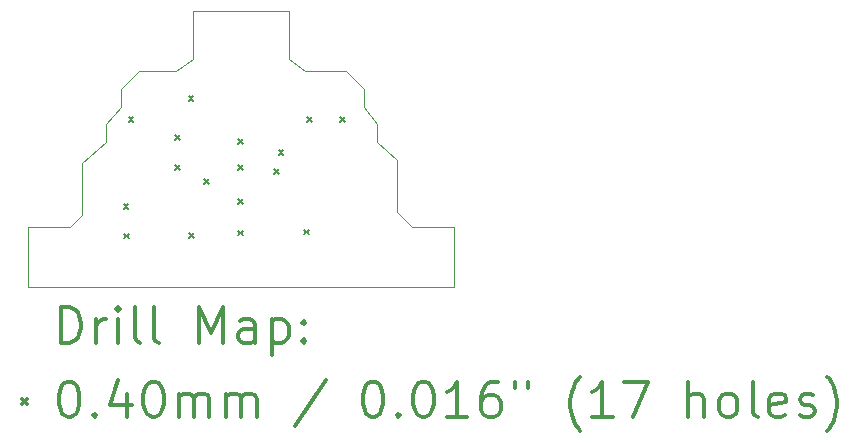
<source format=gbr>
%FSLAX45Y45*%
G04 Gerber Fmt 4.5, Leading zero omitted, Abs format (unit mm)*
G04 Created by KiCad (PCBNEW (5.1.6-0)) date 2021-12-12 18:29:00*
%MOMM*%
%LPD*%
G01*
G04 APERTURE LIST*
%TA.AperFunction,Profile*%
%ADD10C,0.100000*%
%TD*%
%ADD11C,0.200000*%
%ADD12C,0.300000*%
G04 APERTURE END LIST*
D10*
X15621000Y-4572000D02*
X15621000Y-4978400D01*
X14808200Y-4572000D02*
X15621000Y-4572000D01*
X14808200Y-4978400D02*
X14808200Y-4572000D01*
X14668500Y-5080000D02*
X14808200Y-4978400D01*
X14351000Y-5080000D02*
X14668500Y-5080000D01*
X14198600Y-5232400D02*
X14351000Y-5080000D01*
X14198600Y-5384800D02*
X14198600Y-5232400D01*
X14071600Y-5524500D02*
X14198600Y-5384800D01*
X14071600Y-5676900D02*
X14071600Y-5524500D01*
X13868400Y-5854700D02*
X14071600Y-5676900D01*
X13868400Y-6299200D02*
X13868400Y-5854700D01*
X13766800Y-6400800D02*
X13868400Y-6299200D01*
X13411200Y-6400800D02*
X13766800Y-6400800D01*
X13411200Y-6908800D02*
X13411200Y-6400800D01*
X17018000Y-6908800D02*
X13411200Y-6908800D01*
X17018000Y-6400800D02*
X17018000Y-6908800D01*
X16662400Y-6400800D02*
X17018000Y-6400800D01*
X16535400Y-6273800D02*
X16662400Y-6400800D01*
X16535400Y-5829300D02*
X16535400Y-6273800D01*
X16370300Y-5676900D02*
X16535400Y-5829300D01*
X16370300Y-5524500D02*
X16370300Y-5676900D01*
X16256000Y-5384800D02*
X16370300Y-5524500D01*
X16256000Y-5232400D02*
X16256000Y-5384800D01*
X16103600Y-5080000D02*
X16256000Y-5232400D01*
X15760700Y-5080000D02*
X16103600Y-5080000D01*
X15621000Y-4978400D02*
X15760700Y-5080000D01*
D11*
X14224401Y-6207999D02*
X14264401Y-6247999D01*
X14264401Y-6207999D02*
X14224401Y-6247999D01*
X14227300Y-6454900D02*
X14267300Y-6494900D01*
X14267300Y-6454900D02*
X14227300Y-6494900D01*
X14267500Y-5466400D02*
X14307500Y-5506400D01*
X14307500Y-5466400D02*
X14267500Y-5506400D01*
X14661200Y-5618800D02*
X14701200Y-5658800D01*
X14701200Y-5618800D02*
X14661200Y-5658800D01*
X14661200Y-5872800D02*
X14701200Y-5912800D01*
X14701200Y-5872800D02*
X14661200Y-5912800D01*
X14775500Y-5288600D02*
X14815500Y-5328600D01*
X14815500Y-5288600D02*
X14775500Y-5328600D01*
X14781300Y-6451200D02*
X14821300Y-6491200D01*
X14821300Y-6451200D02*
X14781300Y-6491200D01*
X14905640Y-5996659D02*
X14945640Y-6036659D01*
X14945640Y-5996659D02*
X14905640Y-6036659D01*
X15193499Y-6166001D02*
X15233499Y-6206001D01*
X15233499Y-6166001D02*
X15193499Y-6206001D01*
X15194600Y-5656900D02*
X15234600Y-5696900D01*
X15234600Y-5656900D02*
X15194600Y-5696900D01*
X15194600Y-5872800D02*
X15234600Y-5912800D01*
X15234600Y-5872800D02*
X15194600Y-5912800D01*
X15196800Y-6429400D02*
X15236800Y-6469400D01*
X15236800Y-6429400D02*
X15196800Y-6469400D01*
X15499400Y-5910900D02*
X15539400Y-5950900D01*
X15539400Y-5910900D02*
X15499400Y-5950900D01*
X15537500Y-5745800D02*
X15577500Y-5785800D01*
X15577500Y-5745800D02*
X15537500Y-5785800D01*
X15750800Y-6421500D02*
X15790800Y-6461500D01*
X15790800Y-6421500D02*
X15750800Y-6461500D01*
X15778800Y-5466400D02*
X15818800Y-5506400D01*
X15818800Y-5466400D02*
X15778800Y-5506400D01*
X16058200Y-5466400D02*
X16098200Y-5506400D01*
X16098200Y-5466400D02*
X16058200Y-5506400D01*
D12*
X13692628Y-7379514D02*
X13692628Y-7079514D01*
X13764057Y-7079514D01*
X13806914Y-7093800D01*
X13835486Y-7122371D01*
X13849771Y-7150943D01*
X13864057Y-7208086D01*
X13864057Y-7250943D01*
X13849771Y-7308086D01*
X13835486Y-7336657D01*
X13806914Y-7365229D01*
X13764057Y-7379514D01*
X13692628Y-7379514D01*
X13992628Y-7379514D02*
X13992628Y-7179514D01*
X13992628Y-7236657D02*
X14006914Y-7208086D01*
X14021200Y-7193800D01*
X14049771Y-7179514D01*
X14078343Y-7179514D01*
X14178343Y-7379514D02*
X14178343Y-7179514D01*
X14178343Y-7079514D02*
X14164057Y-7093800D01*
X14178343Y-7108086D01*
X14192628Y-7093800D01*
X14178343Y-7079514D01*
X14178343Y-7108086D01*
X14364057Y-7379514D02*
X14335486Y-7365229D01*
X14321200Y-7336657D01*
X14321200Y-7079514D01*
X14521200Y-7379514D02*
X14492628Y-7365229D01*
X14478343Y-7336657D01*
X14478343Y-7079514D01*
X14864057Y-7379514D02*
X14864057Y-7079514D01*
X14964057Y-7293800D01*
X15064057Y-7079514D01*
X15064057Y-7379514D01*
X15335486Y-7379514D02*
X15335486Y-7222371D01*
X15321200Y-7193800D01*
X15292628Y-7179514D01*
X15235486Y-7179514D01*
X15206914Y-7193800D01*
X15335486Y-7365229D02*
X15306914Y-7379514D01*
X15235486Y-7379514D01*
X15206914Y-7365229D01*
X15192628Y-7336657D01*
X15192628Y-7308086D01*
X15206914Y-7279514D01*
X15235486Y-7265229D01*
X15306914Y-7265229D01*
X15335486Y-7250943D01*
X15478343Y-7179514D02*
X15478343Y-7479514D01*
X15478343Y-7193800D02*
X15506914Y-7179514D01*
X15564057Y-7179514D01*
X15592628Y-7193800D01*
X15606914Y-7208086D01*
X15621200Y-7236657D01*
X15621200Y-7322371D01*
X15606914Y-7350943D01*
X15592628Y-7365229D01*
X15564057Y-7379514D01*
X15506914Y-7379514D01*
X15478343Y-7365229D01*
X15749771Y-7350943D02*
X15764057Y-7365229D01*
X15749771Y-7379514D01*
X15735486Y-7365229D01*
X15749771Y-7350943D01*
X15749771Y-7379514D01*
X15749771Y-7193800D02*
X15764057Y-7208086D01*
X15749771Y-7222371D01*
X15735486Y-7208086D01*
X15749771Y-7193800D01*
X15749771Y-7222371D01*
X13366200Y-7853800D02*
X13406200Y-7893800D01*
X13406200Y-7853800D02*
X13366200Y-7893800D01*
X13749771Y-7709514D02*
X13778343Y-7709514D01*
X13806914Y-7723800D01*
X13821200Y-7738086D01*
X13835486Y-7766657D01*
X13849771Y-7823800D01*
X13849771Y-7895229D01*
X13835486Y-7952371D01*
X13821200Y-7980943D01*
X13806914Y-7995229D01*
X13778343Y-8009514D01*
X13749771Y-8009514D01*
X13721200Y-7995229D01*
X13706914Y-7980943D01*
X13692628Y-7952371D01*
X13678343Y-7895229D01*
X13678343Y-7823800D01*
X13692628Y-7766657D01*
X13706914Y-7738086D01*
X13721200Y-7723800D01*
X13749771Y-7709514D01*
X13978343Y-7980943D02*
X13992628Y-7995229D01*
X13978343Y-8009514D01*
X13964057Y-7995229D01*
X13978343Y-7980943D01*
X13978343Y-8009514D01*
X14249771Y-7809514D02*
X14249771Y-8009514D01*
X14178343Y-7695229D02*
X14106914Y-7909514D01*
X14292628Y-7909514D01*
X14464057Y-7709514D02*
X14492628Y-7709514D01*
X14521200Y-7723800D01*
X14535486Y-7738086D01*
X14549771Y-7766657D01*
X14564057Y-7823800D01*
X14564057Y-7895229D01*
X14549771Y-7952371D01*
X14535486Y-7980943D01*
X14521200Y-7995229D01*
X14492628Y-8009514D01*
X14464057Y-8009514D01*
X14435486Y-7995229D01*
X14421200Y-7980943D01*
X14406914Y-7952371D01*
X14392628Y-7895229D01*
X14392628Y-7823800D01*
X14406914Y-7766657D01*
X14421200Y-7738086D01*
X14435486Y-7723800D01*
X14464057Y-7709514D01*
X14692628Y-8009514D02*
X14692628Y-7809514D01*
X14692628Y-7838086D02*
X14706914Y-7823800D01*
X14735486Y-7809514D01*
X14778343Y-7809514D01*
X14806914Y-7823800D01*
X14821200Y-7852371D01*
X14821200Y-8009514D01*
X14821200Y-7852371D02*
X14835486Y-7823800D01*
X14864057Y-7809514D01*
X14906914Y-7809514D01*
X14935486Y-7823800D01*
X14949771Y-7852371D01*
X14949771Y-8009514D01*
X15092628Y-8009514D02*
X15092628Y-7809514D01*
X15092628Y-7838086D02*
X15106914Y-7823800D01*
X15135486Y-7809514D01*
X15178343Y-7809514D01*
X15206914Y-7823800D01*
X15221200Y-7852371D01*
X15221200Y-8009514D01*
X15221200Y-7852371D02*
X15235486Y-7823800D01*
X15264057Y-7809514D01*
X15306914Y-7809514D01*
X15335486Y-7823800D01*
X15349771Y-7852371D01*
X15349771Y-8009514D01*
X15935486Y-7695229D02*
X15678343Y-8080943D01*
X16321200Y-7709514D02*
X16349771Y-7709514D01*
X16378343Y-7723800D01*
X16392628Y-7738086D01*
X16406914Y-7766657D01*
X16421200Y-7823800D01*
X16421200Y-7895229D01*
X16406914Y-7952371D01*
X16392628Y-7980943D01*
X16378343Y-7995229D01*
X16349771Y-8009514D01*
X16321200Y-8009514D01*
X16292628Y-7995229D01*
X16278343Y-7980943D01*
X16264057Y-7952371D01*
X16249771Y-7895229D01*
X16249771Y-7823800D01*
X16264057Y-7766657D01*
X16278343Y-7738086D01*
X16292628Y-7723800D01*
X16321200Y-7709514D01*
X16549771Y-7980943D02*
X16564057Y-7995229D01*
X16549771Y-8009514D01*
X16535486Y-7995229D01*
X16549771Y-7980943D01*
X16549771Y-8009514D01*
X16749771Y-7709514D02*
X16778343Y-7709514D01*
X16806914Y-7723800D01*
X16821200Y-7738086D01*
X16835486Y-7766657D01*
X16849771Y-7823800D01*
X16849771Y-7895229D01*
X16835486Y-7952371D01*
X16821200Y-7980943D01*
X16806914Y-7995229D01*
X16778343Y-8009514D01*
X16749771Y-8009514D01*
X16721200Y-7995229D01*
X16706914Y-7980943D01*
X16692628Y-7952371D01*
X16678343Y-7895229D01*
X16678343Y-7823800D01*
X16692628Y-7766657D01*
X16706914Y-7738086D01*
X16721200Y-7723800D01*
X16749771Y-7709514D01*
X17135486Y-8009514D02*
X16964057Y-8009514D01*
X17049771Y-8009514D02*
X17049771Y-7709514D01*
X17021200Y-7752371D01*
X16992628Y-7780943D01*
X16964057Y-7795229D01*
X17392628Y-7709514D02*
X17335486Y-7709514D01*
X17306914Y-7723800D01*
X17292628Y-7738086D01*
X17264057Y-7780943D01*
X17249771Y-7838086D01*
X17249771Y-7952371D01*
X17264057Y-7980943D01*
X17278343Y-7995229D01*
X17306914Y-8009514D01*
X17364057Y-8009514D01*
X17392628Y-7995229D01*
X17406914Y-7980943D01*
X17421200Y-7952371D01*
X17421200Y-7880943D01*
X17406914Y-7852371D01*
X17392628Y-7838086D01*
X17364057Y-7823800D01*
X17306914Y-7823800D01*
X17278343Y-7838086D01*
X17264057Y-7852371D01*
X17249771Y-7880943D01*
X17535486Y-7709514D02*
X17535486Y-7766657D01*
X17649771Y-7709514D02*
X17649771Y-7766657D01*
X18092628Y-8123800D02*
X18078343Y-8109514D01*
X18049771Y-8066657D01*
X18035486Y-8038086D01*
X18021200Y-7995229D01*
X18006914Y-7923800D01*
X18006914Y-7866657D01*
X18021200Y-7795229D01*
X18035486Y-7752371D01*
X18049771Y-7723800D01*
X18078343Y-7680943D01*
X18092628Y-7666657D01*
X18364057Y-8009514D02*
X18192628Y-8009514D01*
X18278343Y-8009514D02*
X18278343Y-7709514D01*
X18249771Y-7752371D01*
X18221200Y-7780943D01*
X18192628Y-7795229D01*
X18464057Y-7709514D02*
X18664057Y-7709514D01*
X18535486Y-8009514D01*
X19006914Y-8009514D02*
X19006914Y-7709514D01*
X19135486Y-8009514D02*
X19135486Y-7852371D01*
X19121200Y-7823800D01*
X19092628Y-7809514D01*
X19049771Y-7809514D01*
X19021200Y-7823800D01*
X19006914Y-7838086D01*
X19321200Y-8009514D02*
X19292628Y-7995229D01*
X19278343Y-7980943D01*
X19264057Y-7952371D01*
X19264057Y-7866657D01*
X19278343Y-7838086D01*
X19292628Y-7823800D01*
X19321200Y-7809514D01*
X19364057Y-7809514D01*
X19392628Y-7823800D01*
X19406914Y-7838086D01*
X19421200Y-7866657D01*
X19421200Y-7952371D01*
X19406914Y-7980943D01*
X19392628Y-7995229D01*
X19364057Y-8009514D01*
X19321200Y-8009514D01*
X19592628Y-8009514D02*
X19564057Y-7995229D01*
X19549771Y-7966657D01*
X19549771Y-7709514D01*
X19821200Y-7995229D02*
X19792628Y-8009514D01*
X19735486Y-8009514D01*
X19706914Y-7995229D01*
X19692628Y-7966657D01*
X19692628Y-7852371D01*
X19706914Y-7823800D01*
X19735486Y-7809514D01*
X19792628Y-7809514D01*
X19821200Y-7823800D01*
X19835486Y-7852371D01*
X19835486Y-7880943D01*
X19692628Y-7909514D01*
X19949771Y-7995229D02*
X19978343Y-8009514D01*
X20035486Y-8009514D01*
X20064057Y-7995229D01*
X20078343Y-7966657D01*
X20078343Y-7952371D01*
X20064057Y-7923800D01*
X20035486Y-7909514D01*
X19992628Y-7909514D01*
X19964057Y-7895229D01*
X19949771Y-7866657D01*
X19949771Y-7852371D01*
X19964057Y-7823800D01*
X19992628Y-7809514D01*
X20035486Y-7809514D01*
X20064057Y-7823800D01*
X20178343Y-8123800D02*
X20192628Y-8109514D01*
X20221200Y-8066657D01*
X20235486Y-8038086D01*
X20249771Y-7995229D01*
X20264057Y-7923800D01*
X20264057Y-7866657D01*
X20249771Y-7795229D01*
X20235486Y-7752371D01*
X20221200Y-7723800D01*
X20192628Y-7680943D01*
X20178343Y-7666657D01*
M02*

</source>
